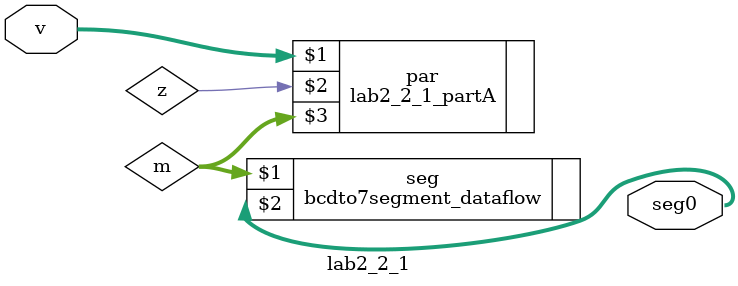
<source format=v>
`timescale 1ns / 1ps


module lab2_2_1(
    input [3:0] v,
    output wire [6:0] seg0
    );
    wire z;
    wire [3:0] m;
    
    lab2_2_1_partA par(v,z,m);
    
    bcdto7segment_dataflow seg(m,seg0);
    
endmodule

</source>
